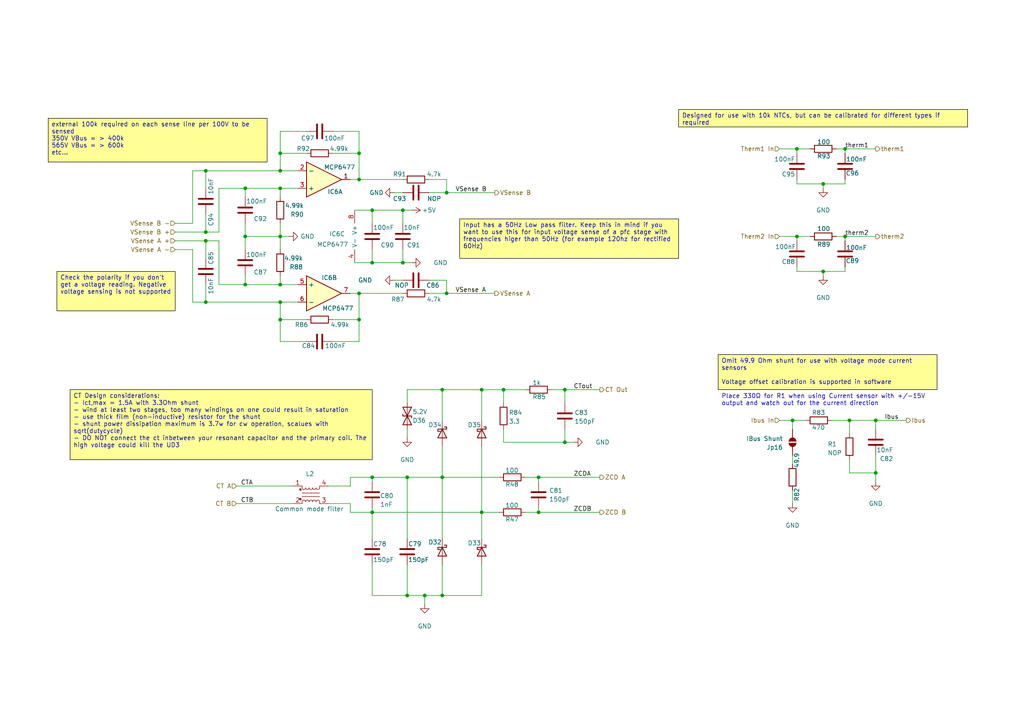
<source format=kicad_sch>
(kicad_sch (version 20231120) (generator "eeschema") (generator_version "8.0")
  (paper "A4")
  (lib_symbols
    (symbol "Device:C" (pin_numbers hide) (pin_names (offset 0.254))
      (property "Reference" "C" (at 0.635 2.54 0))
      (property "Value" "C" (at 0.635 -2.54 0))
      (symbol "C_0_1"
        (polyline (pts (xy -2.032 -0.762) (xy 2.032 -0.762)) (stroke (width 0.508)))
        (polyline (pts (xy -2.032 0.762) (xy 2.032 0.762)) (stroke (width 0.508)))
      )
      (symbol "C_1_1"
        (pin passive line (at 0 3.81 270) (length 2.794) (name "~") (number "1"))
        (pin passive line (at 0 -3.81 90) (length 2.794) (name "~") (number "2"))
      )
    )
    (symbol "Device:D_Schottky" (pin_numbers hide) (pin_names (offset 1.016) hide)
      (property "Reference" "D" (at 0 2.54 0))
      (property "Value" "D_Schottky" (at 0 -2.54 0))
      (symbol "D_Schottky_0_1"
        (polyline (pts (xy 1.27 0) (xy -1.27 0)))
        (polyline (pts (xy 1.27 1.27) (xy 1.27 -1.27) (xy -1.27 0) (xy 1.27 1.27)) (stroke (width 0.254)))
        (polyline (pts (xy -1.905 0.635) (xy -1.905 1.27) (xy -1.27 1.27) (xy -1.27 -1.27) (xy -0.635 -1.27) (xy -0.635 -0.635)) (stroke (width 0.254)))
      )
      (symbol "D_Schottky_1_1"
        (pin passive line (at -3.81 0 0) (length 2.54) (name "K") (number "1"))
        (pin passive line (at 3.81 0 180) (length 2.54) (name "A") (number "2"))
      )
    )
    (symbol "Device:D_TVS" (pin_numbers hide) (pin_names (offset 1.016) hide)
      (property "Reference" "D" (at 0 2.54 0))
      (property "Value" "D_TVS" (at 0 -2.54 0))
      (symbol "D_TVS_0_1"
        (polyline (pts (xy 1.27 0) (xy -1.27 0)))
        (polyline (pts (xy 0.508 1.27) (xy 0 1.27) (xy 0 -1.27) (xy -0.508 -1.27)) (stroke (width 0.254)))
        (polyline (pts (xy -2.54 1.27) (xy -2.54 -1.27) (xy 2.54 1.27) (xy 2.54 -1.27) (xy -2.54 1.27)) (stroke (width 0.254)))
      )
      (symbol "D_TVS_1_1"
        (pin passive line (at -3.81 0 0) (length 2.54) (name "A1") (number "1"))
        (pin passive line (at 3.81 0 180) (length 2.54) (name "A2") (number "2"))
      )
    )
    (symbol "Device:L_Iron_Coupled_1423" (pin_names (offset 0.254) hide)
      (property "Reference" "L" (at 0 4.445 0))
      (property "Value" "L_Iron_Coupled_1423" (at 0 -4.445 0))
      (symbol "L_Iron_Coupled_1423_0_1"
        (circle (center -3.048 -1.27) (radius 0.254) (fill (type outline)))
        (circle (center -3.048 1.524) (radius 0.254) (fill (type outline)))
        (arc (start -2.54 2.032) (mid -2.032 1.5262) (end -1.524 2.032))
        (arc (start -1.524 -2.032) (mid -2.032 -1.5262) (end -2.54 -2.032))
        (arc (start -1.524 2.032) (mid -1.016 1.5262) (end -0.508 2.032))
        (arc (start -0.508 -2.032) (mid -1.016 -1.5262) (end -1.524 -2.032))
        (arc (start -0.508 2.032) (mid 0 1.5262) (end 0.508 2.032))
        (polyline (pts (xy -2.54 -2.032) (xy -2.54 -2.54)))
        (polyline (pts (xy -2.54 0.508) (xy 2.54 0.508)))
        (polyline (pts (xy -2.54 2.032) (xy -2.54 2.54)))
        (polyline (pts (xy 2.54 -2.032) (xy 2.54 -2.54)))
        (polyline (pts (xy 2.54 -0.508) (xy -2.54 -0.508)))
        (polyline (pts (xy 2.54 2.54) (xy 2.54 2.032)))
        (arc (start 0.508 -2.032) (mid 0 -1.5262) (end -0.508 -2.032))
        (arc (start 0.508 2.032) (mid 1.016 1.5262) (end 1.524 2.032))
        (arc (start 1.524 -2.032) (mid 1.016 -1.5262) (end 0.508 -2.032))
        (arc (start 1.524 2.032) (mid 2.032 1.5262) (end 2.54 2.032))
        (arc (start 2.54 -2.032) (mid 2.032 -1.5262) (end 1.524 -2.032))
      )
      (symbol "L_Iron_Coupled_1423_1_1"
        (pin passive line (at -5.08 2.54 0) (length 2.54) (name "1") (number "1"))
        (pin passive line (at -5.08 -2.54 0) (length 2.54) (name "2") (number "2"))
        (pin passive line (at 5.08 -2.54 180) (length 2.54) (name "3") (number "3"))
        (pin passive line (at 5.08 2.54 180) (length 2.54) (name "4") (number "4"))
      )
    )
    (symbol "Device:Opamp_Dual"
      (property "Reference" "U" (at 0 5.08 0))
      (property "Value" "Opamp_Dual" (at 0 -5.08 0))
      (symbol "Opamp_Dual_1_1"
        (polyline (pts (xy -5.08 5.08) (xy 5.08 0) (xy -5.08 -5.08) (xy -5.08 5.08)) (stroke (width 0.254)) (fill (type background)))
        (pin output line (at 7.62 0 180) (length 2.54) (name "~") (number "1"))
        (pin input line (at -7.62 -2.54 0) (length 2.54) (name "-") (number "2"))
        (pin input line (at -7.62 2.54 0) (length 2.54) (name "+") (number "3"))
      )
      (symbol "Opamp_Dual_2_1"
        (polyline (pts (xy -5.08 5.08) (xy 5.08 0) (xy -5.08 -5.08) (xy -5.08 5.08)) (stroke (width 0.254)) (fill (type background)))
        (pin input line (at -7.62 2.54 0) (length 2.54) (name "+") (number "5"))
        (pin input line (at -7.62 -2.54 0) (length 2.54) (name "-") (number "6"))
        (pin output line (at 7.62 0 180) (length 2.54) (name "~") (number "7"))
      )
      (symbol "Opamp_Dual_3_1"
        (pin power_in line (at -2.54 -7.62 90) (length 3.81) (name "V-") (number "4"))
        (pin power_in line (at -2.54 7.62 270) (length 3.81) (name "V+") (number "8"))
      )
    )
    (symbol "Device:R" (pin_numbers hide) (pin_names (offset 0))
      (property "Reference" "R" (at 2.032 0 90))
      (property "Value" "R" (at 0 0 90))
      (symbol "R_0_1"
        (rectangle (start -1.016 -2.54) (end 1.016 2.54) (stroke (width 0.254)))
      )
      (symbol "R_1_1"
        (pin passive line (at 0 3.81 270) (length 1.27) (name "~") (number "1"))
        (pin passive line (at 0 -3.81 90) (length 1.27) (name "~") (number "2"))
      )
    )
    (symbol "Jumper:SolderJumper_2_Open" (pin_numbers hide) (pin_names (offset 0) hide) (exclude_from_sim yes) (in_bom no)
      (property "Reference" "JP" (at 0 2.032 0))
      (property "Value" "SolderJumper_2_Open" (at 0 -2.54 0))
      (symbol "SolderJumper_2_Open_0_1"
        (arc (start -0.254 1.016) (mid -1.2656 0) (end -0.254 -1.016))
        (arc (start -0.254 1.016) (mid -1.2656 0) (end -0.254 -1.016) (fill (type outline)))
        (polyline (pts (xy -0.254 1.016) (xy -0.254 -1.016)))
        (polyline (pts (xy 0.254 1.016) (xy 0.254 -1.016)))
        (arc (start 0.254 -1.016) (mid 1.2656 0) (end 0.254 1.016))
        (arc (start 0.254 -1.016) (mid 1.2656 0) (end 0.254 1.016) (fill (type outline)))
      )
      (symbol "SolderJumper_2_Open_1_1"
        (pin passive line (at -3.81 0 0) (length 2.54) (name "A") (number "1"))
        (pin passive line (at 3.81 0 180) (length 2.54) (name "B") (number "2"))
      )
    )
    (symbol "power:+5V" (power) (pin_numbers hide) (pin_names (offset 0) hide)
      (property "Value" "+5V" (at 0 3.556 0))
      (symbol "+5V_0_1"
        (polyline (pts (xy -0.762 1.27) (xy 0 2.54)))
        (polyline (pts (xy 0 0) (xy 0 2.54)))
        (polyline (pts (xy 0 2.54) (xy 0.762 1.27)))
      )
      (symbol "+5V_1_1"
        (pin power_in line (at 0 0 90) (length 0) (name "~") (number "1"))
      )
    )
    (symbol "power:GND" (power) (pin_numbers hide) (pin_names (offset 0) hide)
      (property "Value" "GND" (at 0 -3.81 0))
      (symbol "GND_0_1"
        (polyline (pts (xy 0 0) (xy 0 -1.27) (xy 1.27 -1.27) (xy 0 -2.54) (xy -1.27 -1.27) (xy 0 -1.27)))
      )
      (symbol "GND_1_1"
        (pin power_in line (at 0 0 270) (length 0) (name "~") (number "1"))
      )
    )
  )
  (junction (at 116.84 76.2))
  (junction (at 81.28 44.45))
  (junction (at 254 137.16))
  (junction (at 81.28 92.71))
  (junction (at 71.12 82.55))
  (junction (at 129.54 55.88))
  (junction (at 254 121.92))
  (junction (at 146.05 113.03))
  (junction (at 139.7 113.03))
  (junction (at 128.27 113.03))
  (junction (at 81.28 68.58))
  (junction (at 156.21 148.59))
  (junction (at 71.12 68.58))
  (junction (at 163.83 128.27))
  (junction (at 81.28 54.61))
  (junction (at 118.11 172.72))
  (junction (at 128.27 172.72))
  (junction (at 104.14 85.09))
  (junction (at 116.84 60.96))
  (junction (at 129.54 85.09))
  (junction (at 107.95 76.2))
  (junction (at 229.87 121.92))
  (junction (at 238.76 53.34))
  (junction (at 107.95 138.43))
  (junction (at 107.95 60.96))
  (junction (at 104.14 44.45))
  (junction (at 245.11 43.18))
  (junction (at 118.11 138.43))
  (junction (at 59.69 69.85))
  (junction (at 59.69 67.31))
  (junction (at 245.11 68.58))
  (junction (at 156.21 138.43))
  (junction (at 163.83 113.03))
  (junction (at 59.69 49.53))
  (junction (at 59.69 87.63))
  (junction (at 81.28 82.55))
  (junction (at 104.14 52.07))
  (junction (at 231.14 68.58))
  (junction (at 238.76 78.74))
  (junction (at 139.7 148.59))
  (junction (at 104.14 92.71))
  (junction (at 71.12 54.61))
  (junction (at 107.95 148.59))
  (junction (at 246.38 121.92))
  (junction (at 231.14 43.18))
  (junction (at 81.28 49.53))
  (junction (at 123.19 172.72))
  (junction (at 81.28 87.63))
  (junction (at 128.27 138.43))
  (wire (pts (xy 129.54 52.07) (xy 129.54 55.88)))
  (wire (pts (xy 114.3 55.88) (xy 116.84 55.88)))
  (wire (pts (xy 81.28 44.45) (xy 81.28 38.1)))
  (wire (pts (xy 231.14 44.45) (xy 231.14 43.18)))
  (wire (pts (xy 152.4 138.43) (xy 156.21 138.43)))
  (wire (pts (xy 107.95 138.43) (xy 101.6 138.43)))
  (wire (pts (xy 81.28 82.55) (xy 86.36 82.55)))
  (wire (pts (xy 101.6 146.05) (xy 101.6 148.59)))
  (wire (pts (xy 104.14 52.07) (xy 101.6 52.07)))
  (wire (pts (xy 59.69 67.31) (xy 50.8 67.31)))
  (wire (pts (xy 246.38 133.35) (xy 246.38 137.16)))
  (wire (pts (xy 139.7 148.59) (xy 139.7 156.21)))
  (wire (pts (xy 107.95 138.43) (xy 107.95 139.7)))
  (wire (pts (xy 245.11 68.58) (xy 254 68.58)))
  (wire (pts (xy 245.11 53.34) (xy 245.11 52.07)))
  (wire (pts (xy 163.83 113.03) (xy 163.83 116.84)))
  (wire (pts (xy 116.84 60.96) (xy 107.95 60.96)))
  (wire (pts (xy 55.88 72.39) (xy 55.88 87.63)))
  (wire (pts (xy 81.28 92.71) (xy 81.28 99.06)))
  (wire (pts (xy 116.84 64.77) (xy 116.84 60.96)))
  (wire (pts (xy 59.69 74.93) (xy 59.69 69.85)))
  (wire (pts (xy 55.88 87.63) (xy 59.69 87.63)))
  (wire (pts (xy 118.11 116.84) (xy 118.11 113.03)))
  (wire (pts (xy 118.11 127) (xy 118.11 124.46)))
  (wire (pts (xy 245.11 43.18) (xy 245.11 44.45)))
  (wire (pts (xy 139.7 113.03) (xy 146.05 113.03)))
  (wire (pts (xy 231.14 52.07) (xy 231.14 53.34)))
  (wire (pts (xy 163.83 128.27) (xy 163.83 124.46)))
  (wire (pts (xy 104.14 52.07) (xy 116.84 52.07)))
  (wire (pts (xy 139.7 163.83) (xy 139.7 172.72)))
  (wire (pts (xy 128.27 138.43) (xy 128.27 156.21)))
  (wire (pts (xy 104.14 38.1) (xy 104.14 44.45)))
  (wire (pts (xy 254 124.46) (xy 254 121.92)))
  (wire (pts (xy 71.12 54.61) (xy 63.5 54.61)))
  (wire (pts (xy 107.95 163.83) (xy 107.95 172.72)))
  (wire (pts (xy 128.27 138.43) (xy 118.11 138.43)))
  (wire (pts (xy 63.5 82.55) (xy 71.12 82.55)))
  (wire (pts (xy 229.87 142.24) (xy 229.87 146.05)))
  (wire (pts (xy 50.8 72.39) (xy 55.88 72.39)))
  (wire (pts (xy 81.28 54.61) (xy 86.36 54.61)))
  (wire (pts (xy 81.28 92.71) (xy 88.9 92.71)))
  (wire (pts (xy 163.83 128.27) (xy 166.37 128.27)))
  (wire (pts (xy 241.3 121.92) (xy 246.38 121.92)))
  (wire (pts (xy 231.14 69.85) (xy 231.14 68.58)))
  (wire (pts (xy 71.12 80.01) (xy 71.12 82.55)))
  (wire (pts (xy 156.21 138.43) (xy 173.99 138.43)))
  (wire (pts (xy 156.21 148.59) (xy 156.21 147.32)))
  (wire (pts (xy 59.69 82.55) (xy 59.69 87.63)))
  (wire (pts (xy 139.7 172.72) (xy 128.27 172.72)))
  (wire (pts (xy 146.05 113.03) (xy 146.05 116.84)))
  (wire (pts (xy 128.27 138.43) (xy 144.78 138.43)))
  (wire (pts (xy 129.54 55.88) (xy 124.46 55.88)))
  (wire (pts (xy 107.95 148.59) (xy 101.6 148.59)))
  (wire (pts (xy 231.14 53.34) (xy 238.76 53.34)))
  (wire (pts (xy 238.76 53.34) (xy 245.11 53.34)))
  (wire (pts (xy 107.95 72.39) (xy 107.95 76.2)))
  (wire (pts (xy 129.54 85.09) (xy 129.54 81.28)))
  (wire (pts (xy 231.14 77.47) (xy 231.14 78.74)))
  (wire (pts (xy 118.11 172.72) (xy 123.19 172.72)))
  (wire (pts (xy 59.69 87.63) (xy 81.28 87.63)))
  (wire (pts (xy 81.28 87.63) (xy 81.28 92.71)))
  (wire (pts (xy 104.14 85.09) (xy 104.14 92.71)))
  (wire (pts (xy 229.87 132.08) (xy 229.87 134.62)))
  (wire (pts (xy 245.11 68.58) (xy 245.11 69.85)))
  (wire (pts (xy 139.7 148.59) (xy 144.78 148.59)))
  (wire (pts (xy 231.14 78.74) (xy 238.76 78.74)))
  (wire (pts (xy 96.52 44.45) (xy 104.14 44.45)))
  (wire (pts (xy 254 121.92) (xy 246.38 121.92)))
  (wire (pts (xy 107.95 64.77) (xy 107.95 60.96)))
  (wire (pts (xy 59.69 69.85) (xy 63.5 69.85)))
  (wire (pts (xy 81.28 68.58) (xy 81.28 72.39)))
  (wire (pts (xy 226.06 43.18) (xy 231.14 43.18)))
  (wire (pts (xy 96.52 92.71) (xy 104.14 92.71)))
  (wire (pts (xy 231.14 43.18) (xy 234.95 43.18)))
  (wire (pts (xy 104.14 85.09) (xy 101.6 85.09)))
  (wire (pts (xy 160.02 113.03) (xy 163.83 113.03)))
  (wire (pts (xy 118.11 113.03) (xy 128.27 113.03)))
  (wire (pts (xy 81.28 80.01) (xy 81.28 82.55)))
  (wire (pts (xy 83.82 68.58) (xy 81.28 68.58)))
  (wire (pts (xy 107.95 76.2) (xy 116.84 76.2)))
  (wire (pts (xy 146.05 124.46) (xy 146.05 128.27)))
  (wire (pts (xy 238.76 78.74) (xy 245.11 78.74)))
  (wire (pts (xy 173.99 148.59) (xy 156.21 148.59)))
  (wire (pts (xy 139.7 113.03) (xy 139.7 121.92)))
  (wire (pts (xy 96.52 99.06) (xy 104.14 99.06)))
  (wire (pts (xy 124.46 52.07) (xy 129.54 52.07)))
  (wire (pts (xy 55.88 64.77) (xy 50.8 64.77)))
  (wire (pts (xy 129.54 81.28) (xy 124.46 81.28)))
  (wire (pts (xy 81.28 54.61) (xy 81.28 57.15)))
  (wire (pts (xy 119.38 60.96) (xy 116.84 60.96)))
  (wire (pts (xy 81.28 49.53) (xy 81.28 44.45)))
  (wire (pts (xy 71.12 57.15) (xy 71.12 54.61)))
  (wire (pts (xy 118.11 138.43) (xy 118.11 156.21)))
  (wire (pts (xy 55.88 49.53) (xy 55.88 64.77)))
  (wire (pts (xy 101.6 146.05) (xy 95.25 146.05)))
  (wire (pts (xy 124.46 85.09) (xy 129.54 85.09)))
  (wire (pts (xy 63.5 69.85) (xy 63.5 82.55)))
  (wire (pts (xy 104.14 44.45) (xy 104.14 52.07)))
  (wire (pts (xy 246.38 137.16) (xy 254 137.16)))
  (wire (pts (xy 71.12 64.77) (xy 71.12 68.58)))
  (wire (pts (xy 59.69 49.53) (xy 55.88 49.53)))
  (wire (pts (xy 129.54 55.88) (xy 143.51 55.88)))
  (wire (pts (xy 254 139.7) (xy 254 137.16)))
  (wire (pts (xy 107.95 60.96) (xy 102.87 60.96)))
  (wire (pts (xy 68.58 146.05) (xy 85.09 146.05)))
  (wire (pts (xy 107.95 148.59) (xy 139.7 148.59)))
  (wire (pts (xy 123.19 175.26) (xy 123.19 172.72)))
  (wire (pts (xy 146.05 128.27) (xy 163.83 128.27)))
  (wire (pts (xy 86.36 87.63) (xy 81.28 87.63)))
  (wire (pts (xy 116.84 76.2) (xy 116.84 72.39)))
  (wire (pts (xy 104.14 99.06) (xy 104.14 92.71)))
  (wire (pts (xy 50.8 69.85) (xy 59.69 69.85)))
  (wire (pts (xy 71.12 68.58) (xy 81.28 68.58)))
  (wire (pts (xy 146.05 113.03) (xy 152.4 113.03)))
  (wire (pts (xy 81.28 49.53) (xy 59.69 49.53)))
  (wire (pts (xy 238.76 80.01) (xy 238.76 78.74)))
  (wire (pts (xy 81.28 64.77) (xy 81.28 68.58)))
  (wire (pts (xy 254 137.16) (xy 254 132.08)))
  (wire (pts (xy 71.12 82.55) (xy 81.28 82.55)))
  (wire (pts (xy 254 43.18) (xy 245.11 43.18)))
  (wire (pts (xy 156.21 139.7) (xy 156.21 138.43)))
  (wire (pts (xy 118.11 172.72) (xy 118.11 163.83)))
  (wire (pts (xy 231.14 68.58) (xy 234.95 68.58)))
  (wire (pts (xy 173.99 113.03) (xy 163.83 113.03)))
  (wire (pts (xy 118.11 138.43) (xy 107.95 138.43)))
  (wire (pts (xy 71.12 72.39) (xy 71.12 68.58)))
  (wire (pts (xy 229.87 121.92) (xy 226.06 121.92)))
  (wire (pts (xy 246.38 121.92) (xy 246.38 125.73)))
  (wire (pts (xy 107.95 147.32) (xy 107.95 148.59)))
  (wire (pts (xy 242.57 43.18) (xy 245.11 43.18)))
  (wire (pts (xy 104.14 85.09) (xy 116.84 85.09)))
  (wire (pts (xy 81.28 44.45) (xy 88.9 44.45)))
  (wire (pts (xy 229.87 121.92) (xy 233.68 121.92)))
  (wire (pts (xy 107.95 172.72) (xy 118.11 172.72)))
  (wire (pts (xy 128.27 113.03) (xy 139.7 113.03)))
  (wire (pts (xy 81.28 99.06) (xy 88.9 99.06)))
  (wire (pts (xy 71.12 54.61) (xy 81.28 54.61)))
  (wire (pts (xy 226.06 68.58) (xy 231.14 68.58)))
  (wire (pts (xy 229.87 121.92) (xy 229.87 124.46)))
  (wire (pts (xy 81.28 38.1) (xy 88.9 38.1)))
  (wire (pts (xy 152.4 148.59) (xy 156.21 148.59)))
  (wire (pts (xy 128.27 121.92) (xy 128.27 113.03)))
  (wire (pts (xy 59.69 62.23) (xy 59.69 67.31)))
  (wire (pts (xy 59.69 49.53) (xy 59.69 54.61)))
  (wire (pts (xy 101.6 138.43) (xy 101.6 140.97)))
  (wire (pts (xy 238.76 54.61) (xy 238.76 53.34)))
  (wire (pts (xy 63.5 54.61) (xy 63.5 67.31)))
  (wire (pts (xy 102.87 76.2) (xy 107.95 76.2)))
  (wire (pts (xy 123.19 172.72) (xy 128.27 172.72)))
  (wire (pts (xy 129.54 85.09) (xy 143.51 85.09)))
  (wire (pts (xy 68.58 140.97) (xy 85.09 140.97)))
  (wire (pts (xy 262.89 121.92) (xy 254 121.92)))
  (wire (pts (xy 245.11 78.74) (xy 245.11 77.47)))
  (wire (pts (xy 114.3 81.28) (xy 116.84 81.28)))
  (wire (pts (xy 128.27 163.83) (xy 128.27 172.72)))
  (wire (pts (xy 96.52 38.1) (xy 104.14 38.1)))
  (wire (pts (xy 86.36 49.53) (xy 81.28 49.53)))
  (wire (pts (xy 101.6 140.97) (xy 95.25 140.97)))
  (wire (pts (xy 107.95 156.21) (xy 107.95 148.59)))
  (wire (pts (xy 242.57 68.58) (xy 245.11 68.58)))
  (wire (pts (xy 128.27 129.54) (xy 128.27 138.43)))
  (wire (pts (xy 116.84 76.2) (xy 119.38 76.2)))
  (wire (pts (xy 63.5 67.31) (xy 59.69 67.31)))
  (wire (pts (xy 139.7 129.54) (xy 139.7 148.59)))
  (text_box "Designed for use with 10k NTCs, but can be calibrated for different types if required" (at 280.67 31.75 0) (size -83.82 5.08) (stroke (width 0) (color 0 0 0 1)) (fill (type color) (color 255 255 150 1)) (effects (font (size 1.27 1.27)) (justify left top)))
  (text_box "external 100k required on each sense line per 100V to be sensed \n350V VBus = > 400k \n565V VBus = > 600k \netc..." (at 77.47 34.29 0) (size -63.5 12.7) (stroke (width 0) (color 0 0 0 1)) (fill (type color) (color 255 255 150 1)) (effects (font (size 1.27 1.27)) (justify left top)))
  (text_box "Check the polarity if you don't get a voltage reading. Negative voltage sensing is not supported" (at 50.8 78.74 0) (size -34.29 11.43) (stroke (width 0) (color 0 0 0 1)) (fill (type color) (color 255 255 150 1)) (effects (font (size 1.27 1.27)) (justify left top)))
  (text_box "Omit 49.9 Ohm shunt for use with voltage mode current sensors \n\nVoltage offset calibration is supported in software \n\nPlace 330Ω for R1 when using Current sensor with +/-15V output and watch out for the current direction" (at 271.78 102.87 0) (size -63.5 10.16) (stroke (width 0) (color 0 0 0 1)) (fill (type color) (color 255 255 150 1)) (effects (font (size 1.27 1.27)) (justify left top)))
  (text_box "CT Design considerations: \n- Ict,max = 1.5A with 3.3Ohm shunt \n- wind at least two stages, too many windings on one could result in saturation \n- use thick film (non-inductive) resistor for the shunt \n- shunt power dissipation maximum is 3.7w for cw operation, scalues with sqrt(dutycycle) \n- DO NOT connect the ct inbetween your resonant capacitor and the primary coil. The high voltage could kill the UD3" (at 107.95 113.03 0) (size -87.63 20.32) (stroke (width 0) (color 0 0 0 1)) (fill (type color) (color 255 255 150 1)) (effects (font (size 1.27 1.27)) (justify left top)))
  (text_box "Input has a 50Hz Low pass filter. Keep this in mind if you want to use this for input voltage sense of a pfc stage with frequencies higer than 50Hz (for example 120hz for rectified 60Hz)" (at 196.85 63.5 0) (size -63.5 11.43) (stroke (width 0) (color 0 0 0 1)) (fill (type color) (color 255 255 150 1)) (effects (font (size 1.27 1.27)) (justify left top)))
  (label "CTout" (at 166.37 113.03 0))
  (label "CTB" (at 69.85 146.05 0))
  (label "therm2" (at 245.11 68.58 0))
  (label "VSense B" (at 132.08 55.88 0))
  (label "CTA" (at 69.85 140.97 0))
  (label "therm1" (at 245.11 43.18 0))
  (label "Ibus" (at 256.54 121.92 0))
  (label "VSense A" (at 132.08 85.09 0))
  (label "ZCDA" (at 166.37 138.43 0))
  (label "ZCDB" (at 166.37 148.59 0))
  (hierarchical_label "VSense B -" (shape input) (at 50.8 64.77 180))
  (hierarchical_label "VSense A +" (shape input) (at 50.8 69.85 180))
  (hierarchical_label "Therm1 In" (shape input) (at 226.06 43.18 180))
  (hierarchical_label "CT B" (shape input) (at 68.58 146.05 180))
  (hierarchical_label "VSense A" (shape output) (at 143.51 85.09 0))
  (hierarchical_label "ZCD B" (shape output) (at 173.99 148.59 0))
  (hierarchical_label "ZCD A" (shape output) (at 173.99 138.43 0))
  (hierarchical_label "CT A" (shape input) (at 68.58 140.97 180))
  (hierarchical_label "VSense B +" (shape input) (at 50.8 67.31 180))
  (hierarchical_label "therm2" (shape output) (at 254 68.58 0))
  (hierarchical_label "Ibus" (shape output) (at 262.89 121.92 0))
  (hierarchical_label "VSense A -" (shape input) (at 50.8 72.39 180))
  (hierarchical_label "Ibus In" (shape input) (at 226.06 121.92 180))
  (hierarchical_label "Therm2 In" (shape input) (at 226.06 68.58 180))
  (hierarchical_label "VSense B" (shape output) (at 143.51 55.88 0))
  (hierarchical_label "CT Out" (shape output) (at 173.99 113.03 0))
  (hierarchical_label "therm1" (shape output) (at 254 43.18 0))
  (symbol (lib_id "power:GND") (at 118.11 127 0) (unit 1)
    (property "Reference" "#PWR032" (effects (hide yes)))
    (property "Value" "GND" (at 118.11 133.35 0))
    (property "Description" "Power symbol creates a global label with name \"GND\" , ground" (effects (hide yes)))
  )
  (symbol (lib_id "power:GND") (at 119.38 76.2 90) (unit 1)
    (property "Reference" "#PWR034" (effects (hide yes)))
    (property "Value" "GND" (at 125.73 76.2 90) (effects (justify right)))
    (property "Description" "Power symbol creates a global label with name \"GND\" , ground" (effects (hide yes)))
  )
  (symbol (lib_id "Device:C") (at 107.95 143.51 0) (unit 1)
    (property "Reference" "C80" (at 110.236 144.526 0) (effects (justify left bottom)))
    (property "Value" "1nF" (at 110.236 147.066 0) (effects (justify left bottom)))
    (property "Footprint" "Footprints:0603 SMD Component" (effects (hide yes)))
    (property "Description" "Unpolarized capacitor" (effects (hide yes)))
  )
  (symbol (lib_id "Device:Opamp_Dual") (at 93.98 52.07 0) (mirror x) (unit 1)
    (property "Reference" "IC6" (at 94.996 54.864 0) (effects (justify left bottom)))
    (property "Value" "MCP6477" (at 93.98 47.752 0) (effects (justify left bottom)))
    (property "Footprint" "Package_SO:SOIC-8_3.9x4.9mm_P1.27mm" (effects (hide yes)))
    (property "Description" "Dual operational amplifier" (effects (hide yes)))
    (property "SUPPLIER 1" "Digi-Key" (effects (hide yes)))
    (property "SUPPLIER PART NUMBER 1" "296-27903-5-ND" (effects (hide yes)))
    (property "Sim.Library" "${KICAD7_SYMBOL_DIR}/Simulation_SPICE.sp" (effects (hide yes)))
    (property "Sim.Name" "kicad_builtin_opamp_dual" (effects (hide yes)))
    (property "Sim.Device" "SUBCKT" (effects (hide yes)))
    (property "Sim.Pins" "1=out1 2=in1- 3=in1+ 4=vee 5=in2+ 6=in2- 7=out2 8=vcc" (effects (hide yes)))
  )
  (symbol (lib_id "Device:Opamp_Dual") (at 93.98 85.09 0) (unit 2)
    (property "Reference" "IC6" (at 93.218 81.28 0) (effects (justify left bottom)))
    (property "Value" "MCP6477" (at 93.472 90.17 0) (effects (justify left bottom)))
    (property "Footprint" "Package_SO:SOIC-8_3.9x4.9mm_P1.27mm" (effects (hide yes)))
    (property "Description" "Dual operational amplifier" (effects (hide yes)))
    (property "SUPPLIER 1" "Digi-Key" (effects (hide yes)))
    (property "SUPPLIER PART NUMBER 1" "296-27903-5-ND" (effects (hide yes)))
    (property "Sim.Library" "${KICAD7_SYMBOL_DIR}/Simulation_SPICE.sp" (effects (hide yes)))
    (property "Sim.Name" "kicad_builtin_opamp_dual" (effects (hide yes)))
    (property "Sim.Device" "SUBCKT" (effects (hide yes)))
    (property "Sim.Pins" "1=out1 2=in1- 3=in1+ 4=vee 5=in2+ 6=in2- 7=out2 8=vcc" (effects (hide yes)))
  )
  (symbol (lib_id "Device:D_Schottky") (at 139.7 125.73 270) (unit 1)
    (property "Reference" "D35" (at 135.636 123.952 90) (effects (justify left bottom)))
    (property "Value" "Schottky 30V 1A" (effects (hide yes)))
    (property "Footprint" "Footprints:DO-214" (effects (hide yes)))
    (property "Description" "Schottky diode" (effects (hide yes)))
    (property "SUPPLIER 1" "Digi-Key" (effects (hide yes)))
    (property "SUPPLIER PART NUMBER 1" "MBR10100GOS-ND" (effects (hide yes)))
    (property "SUPPLIER 2" "Digi-Key" (effects (hide yes)))
    (property "SUPPLIER PART NUMBER 2" "1655-1504-1-ND" (effects (hide yes)))
  )
  (symbol (lib_id "Device:C") (at 107.95 160.02 0) (unit 1)
    (property "Reference" "C78" (at 108.204 158.496 0) (effects (justify left bottom)))
    (property "Value" "150pF" (at 108.204 163.068 0) (effects (justify left bottom)))
    (property "Footprint" "Footprints:0603 SMD Component" (effects (hide yes)))
    (property "Description" "Unpolarized capacitor" (effects (hide yes)))
  )
  (symbol (lib_id "power:GND") (at 114.3 81.28 270) (unit 1)
    (property "Reference" "#PWR031" (effects (hide yes)))
    (property "Value" "GND" (at 107.95 81.28 90) (effects (justify right)))
    (property "Description" "Power symbol creates a global label with name \"GND\" , ground" (effects (hide yes)))
  )
  (symbol (lib_id "Device:R") (at 238.76 43.18 270) (unit 1)
    (property "Reference" "R93" (at 236.982 45.974 90) (effects (justify left bottom)))
    (property "Value" "100" (at 236.982 41.91 90) (effects (justify left bottom)))
    (property "Footprint" "Footprints:0603 SMD Component" (effects (hide yes)))
    (property "Description" "Resistor" (effects (hide yes)))
  )
  (symbol (lib_id "Device:R") (at 156.21 113.03 270) (unit 1)
    (property "Reference" "R85" (at 154.432 115.824 90) (effects (justify left bottom)))
    (property "Value" "1k" (at 154.432 111.76 90) (effects (justify left bottom)))
    (property "Footprint" "Footprints:0603 SMD Component" (effects (hide yes)))
    (property "Description" "Resistor" (effects (hide yes)))
  )
  (symbol (lib_id "Device:D_Schottky") (at 128.27 160.02 270) (unit 1)
    (property "Reference" "D32" (at 124.206 157.988 90) (effects (justify left bottom)))
    (property "Value" "Schottky 30V 1A" (effects (hide yes)))
    (property "Footprint" "Footprints:DO-214" (effects (hide yes)))
    (property "Description" "Schottky diode" (effects (hide yes)))
    (property "SUPPLIER 1" "Digi-Key" (effects (hide yes)))
    (property "SUPPLIER PART NUMBER 1" "MBR10100GOS-ND" (effects (hide yes)))
    (property "SUPPLIER 2" "Digi-Key" (effects (hide yes)))
    (property "SUPPLIER PART NUMBER 2" "1655-1504-1-ND" (effects (hide yes)))
  )
  (symbol (lib_id "Device:R") (at 146.05 120.65 0) (unit 1)
    (property "Reference" "R84" (at 147.574 120.396 0) (effects (justify left bottom)))
    (property "Value" "3.3" (at 147.574 122.936 0) (effects (justify left bottom)))
    (property "Footprint" "Footprints:Resistor Axial 0411 THT 2W 17,5 Spacing" (effects (hide yes)))
    (property "Description" "Resistor" (effects (hide yes)))
  )
  (symbol (lib_id "Device:R") (at 120.65 85.09 90) (unit 1)
    (property "Reference" "R87" (at 117.348 86.106 90) (effects (justify left bottom)))
    (property "Value" "4.7k" (at 128.016 86.106 90) (effects (justify left bottom)))
    (property "Footprint" "Footprints:0603 SMD Component" (effects (hide yes)))
    (property "Description" "Resistor" (effects (hide yes)))
  )
  (symbol (lib_id "Device:C") (at 71.12 76.2 180) (unit 1)
    (property "Reference" "C87" (at 77.47 78.232 0) (effects (justify left bottom)))
    (property "Value" "100nF" (at 77.47 73.152 0) (effects (justify left bottom)))
    (property "Footprint" "Footprints:0603 SMD Component" (effects (hide yes)))
    (property "Description" "Unpolarized capacitor" (effects (hide yes)))
  )
  (symbol (lib_id "Device:C") (at 163.83 120.65 0) (unit 1)
    (property "Reference" "C83" (at 166.624 120.396 0) (effects (justify left bottom)))
    (property "Value" "150pF" (at 166.624 122.936 0) (effects (justify left bottom)))
    (property "Footprint" "Footprints:0603 SMD Component" (effects (hide yes)))
    (property "Description" "Unpolarized capacitor" (effects (hide yes)))
  )
  (symbol (lib_id "Device:Opamp_Dual") (at 105.41 68.58 0) (unit 3)
    (property "Reference" "IC6" (at 95.504 68.58 0) (effects (justify left bottom)))
    (property "Value" "MCP6477" (at 91.948 71.628 0) (effects (justify left bottom)))
    (property "Footprint" "Package_SO:SOIC-8_3.9x4.9mm_P1.27mm" (effects (hide yes)))
    (property "Description" "Dual operational amplifier" (effects (hide yes)))
    (property "SUPPLIER 1" "Digi-Key" (effects (hide yes)))
    (property "SUPPLIER PART NUMBER 1" "296-27903-5-ND" (effects (hide yes)))
  )
  (symbol (lib_id "Device:C") (at 118.11 160.02 0) (unit 1)
    (property "Reference" "C79" (at 118.364 158.496 0) (effects (justify left bottom)))
    (property "Value" "150pF" (at 118.364 163.068 0) (effects (justify left bottom)))
    (property "Footprint" "Footprints:0603 SMD Component" (effects (hide yes)))
    (property "Description" "Unpolarized capacitor" (effects (hide yes)))
  )
  (symbol (lib_id "Device:D_TVS") (at 118.11 120.65 270) (unit 1)
    (property "Reference" "D36" (at 119.634 122.682 90) (effects (justify left bottom)))
    (property "Value" "5.2V" (at 119.634 120.142 90) (effects (justify left bottom)))
    (property "Footprint" "Footprints:DO-214" (effects (hide yes)))
    (property "Description" "Bidirectional transient-voltage-suppression diode" (effects (hide yes)))
    (property "SUPPLIER 1" "Digi-Key" (effects (hide yes)))
    (property "SUPPLIER PART NUMBER 1" "UCLAMP3301HCT-ND" (effects (hide yes)))
  )
  (symbol (lib_id "power:GND") (at 114.3 55.88 270) (unit 1)
    (property "Reference" "#PWR030" (effects (hide yes)))
    (property "Value" "GND" (at 111.252 55.88 90) (effects (justify right)))
    (property "Description" "Power symbol creates a global label with name \"GND\" , ground" (effects (hide yes)))
  )
  (symbol (lib_id "power:GND") (at 254 139.7 0) (unit 1)
    (property "Reference" "#PWR040" (effects (hide yes)))
    (property "Value" "GND" (at 254 146.05 0))
    (property "Description" "Power symbol creates a global label with name \"GND\" , ground" (effects (hide yes)))
  )
  (symbol (lib_id "Jumper:SolderJumper_2_Open") (at 229.87 128.27 90) (unit 1) (exclude_from_sim yes) (in_bom no)
    (property "Reference" "Jp16" (at 227.076 129.032 90) (effects (justify left bottom)))
    (property "Value" "IBus Shunt" (at 227.076 126.492 90) (effects (justify left bottom)))
    (property "Footprint" "Footprints:PCB Jumper NO" (effects (hide yes)))
    (property "Description" "Solder Jumper, 2-pole, open" (effects (hide yes)))
  )
  (symbol (lib_id "Device:R") (at 148.59 148.59 270) (unit 1)
    (property "Reference" "R47" (at 146.558 151.384 90) (effects (justify left bottom)))
    (property "Value" "100" (at 146.558 147.32 90) (effects (justify left bottom)))
    (property "Footprint" "Footprints:0603 SMD Component" (effects (hide yes)))
    (property "Description" "Resistor" (effects (hide yes)))
  )
  (symbol (lib_id "Device:C") (at 120.65 55.88 90) (unit 1)
    (property "Reference" "C93" (at 117.856 56.896 90) (effects (justify left bottom)))
    (property "Value" "NOP" (at 128.016 56.896 90) (effects (justify left bottom)))
    (property "Footprint" "Footprints:0603 SMD Component" (effects (hide yes)))
    (property "Description" "Unpolarized capacitor" (effects (hide yes)))
  )
  (symbol (lib_id "power:GND") (at 166.37 128.27 90) (unit 1)
    (property "Reference" "#PWR036" (effects (hide yes)))
    (property "Value" "GND" (at 172.72 128.27 90) (effects (justify right)))
    (property "Description" "Power symbol creates a global label with name \"GND\" , ground" (effects (hide yes)))
  )
  (symbol (lib_id "Device:C") (at 71.12 60.96 180) (unit 1)
    (property "Reference" "C92" (at 77.47 62.738 0) (effects (justify left bottom)))
    (property "Value" "100nF" (at 77.47 57.658 0) (effects (justify left bottom)))
    (property "Footprint" "Footprints:0603 SMD Component" (effects (hide yes)))
    (property "Description" "Unpolarized capacitor" (effects (hide yes)))
  )
  (symbol (lib_id "Device:R") (at 92.71 44.45 90) (unit 1)
    (property "Reference" "R92" (at 89.916 42.418 90) (effects (justify left bottom)))
    (property "Value" "4.99k" (at 101.092 42.418 90) (effects (justify left bottom)))
    (property "Footprint" "Footprints:0603 SMD Component" (effects (hide yes)))
    (property "Description" "Resistor" (effects (hide yes)))
  )
  (symbol (lib_id "power:GND") (at 229.87 146.05 0) (unit 1)
    (property "Reference" "#PWR037" (effects (hide yes)))
    (property "Value" "GND" (at 229.87 152.4 0))
    (property "Description" "Power symbol creates a global label with name \"GND\" , ground" (effects (hide yes)))
  )
  (symbol (lib_id "power:GND") (at 238.76 54.61 0) (unit 1)
    (property "Reference" "#PWR038" (effects (hide yes)))
    (property "Value" "GND" (at 238.76 60.96 0))
    (property "Description" "Power symbol creates a global label with name \"GND\" , ground" (effects (hide yes)))
  )
  (symbol (lib_id "Device:D_Schottky") (at 128.27 125.73 270) (unit 1)
    (property "Reference" "D34" (at 124.206 123.952 90) (effects (justify left bottom)))
    (property "Value" "Schottky 30V 1A" (effects (hide yes)))
    (property "Footprint" "Footprints:DO-214" (effects (hide yes)))
    (property "Description" "Schottky diode" (effects (hide yes)))
    (property "SUPPLIER 1" "Digi-Key" (effects (hide yes)))
    (property "SUPPLIER PART NUMBER 1" "MBR10100GOS-ND" (effects (hide yes)))
    (property "SUPPLIER 2" "Digi-Key" (effects (hide yes)))
    (property "SUPPLIER PART NUMBER 2" "1655-1504-1-ND" (effects (hide yes)))
  )
  (symbol (lib_id "Device:C") (at 254 128.27 180) (unit 1)
    (property "Reference" "C82" (at 259.08 132.334 0) (effects (justify left bottom)))
    (property "Value" "10nF" (at 259.08 129.794 0) (effects (justify left bottom)))
    (property "Footprint" "Footprints:0603 SMD Component" (effects (hide yes)))
    (property "Description" "Unpolarized capacitor" (effects (hide yes)))
  )
  (symbol (lib_id "Device:C") (at 245.11 48.26 180) (unit 1)
    (property "Reference" "C96" (at 249.174 49.53 0) (effects (justify left bottom)))
    (property "Value" "100nF" (at 251.46 45.466 0) (effects (justify left bottom)))
    (property "Footprint" "Footprints:0603 SMD Component" (effects (hide yes)))
    (property "Description" "Unpolarized capacitor" (effects (hide yes)))
  )
  (symbol (lib_id "power:GND") (at 238.76 80.01 0) (unit 1)
    (property "Reference" "#PWR039" (effects (hide yes)))
    (property "Value" "GND" (at 238.76 86.36 0))
    (property "Description" "Power symbol creates a global label with name \"GND\" , ground" (effects (hide yes)))
  )
  (symbol (lib_id "Device:D_Schottky") (at 139.7 160.02 270) (unit 1)
    (property "Reference" "D33" (at 135.636 158.242 90) (effects (justify left bottom)))
    (property "Value" "Schottky 30V 1A" (effects (hide yes)))
    (property "Footprint" "Footprints:DO-214" (effects (hide yes)))
    (property "Description" "Schottky diode" (effects (hide yes)))
    (property "SUPPLIER 1" "Digi-Key" (effects (hide yes)))
    (property "SUPPLIER PART NUMBER 1" "MBR10100GOS-ND" (effects (hide yes)))
    (property "SUPPLIER 2" "Digi-Key" (effects (hide yes)))
    (property "SUPPLIER PART NUMBER 2" "1655-1504-1-ND" (effects (hide yes)))
  )
  (symbol (lib_id "Device:R") (at 120.65 52.07 90) (unit 1)
    (property "Reference" "R91" (at 117.856 49.784 90) (effects (justify left bottom)))
    (property "Value" "4.7k" (at 128.016 49.784 90) (effects (justify left bottom)))
    (property "Footprint" "Footprints:0603 SMD Component" (effects (hide yes)))
    (property "Description" "Resistor" (effects (hide yes)))
  )
  (symbol (lib_id "power:GND") (at 83.82 68.58 90) (unit 1)
    (property "Reference" "#PWR029" (effects (hide yes)))
    (property "Value" "GND" (at 87.122 68.58 90) (effects (justify right)))
    (property "Description" "Power symbol creates a global label with name \"GND\" , ground" (effects (hide yes)))
  )
  (symbol (lib_id "Device:C") (at 92.71 99.06 90) (unit 1)
    (property "Reference" "C84" (at 91.44 99.568 90) (effects (justify left bottom)))
    (property "Value" "100nF" (at 100.33 99.568 90) (effects (justify left bottom)))
    (property "Footprint" "Footprints:0603 SMD Component" (effects (hide yes)))
    (property "Description" "Unpolarized capacitor" (effects (hide yes)))
  )
  (symbol (lib_id "Device:C") (at 245.11 73.66 180) (unit 1)
    (property "Reference" "C89" (at 249.174 74.93 0) (effects (justify left bottom)))
    (property "Value" "100nF" (at 251.46 71.12 0) (effects (justify left bottom)))
    (property "Footprint" "Footprints:0603 SMD Component" (effects (hide yes)))
    (property "Description" "Unpolarized capacitor" (effects (hide yes)))
  )
  (symbol (lib_id "power:+5V") (at 119.38 60.96 270) (unit 1)
    (property "Reference" "#PWR033" (effects (hide yes)))
    (property "Value" "+5V" (at 126.492 60.96 90) (effects (justify right)))
  )
  (symbol (lib_id "Device:R") (at 237.49 121.92 270) (unit 1)
    (property "Reference" "R83" (at 235.458 120.396 90) (effects (justify left bottom)))
    (property "Value" "470" (at 235.458 124.714 90) (effects (justify left bottom)))
    (property "Footprint" "Footprints:0603 SMD Component" (effects (hide yes)))
    (property "Description" "Resistor" (effects (hide yes)))
  )
  (symbol (lib_id "power:GND") (at 123.19 175.26 0) (unit 1)
    (property "Reference" "#PWR035" (effects (hide yes)))
    (property "Value" "GND" (at 123.19 181.61 0))
    (property "Description" "Power symbol creates a global label with name \"GND\" , ground" (effects (hide yes)))
  )
  (symbol (lib_id "Device:R") (at 92.71 92.71 90) (unit 1)
    (property "Reference" "R86" (at 89.408 93.472 90) (effects (justify left bottom)))
    (property "Value" "4.99k" (at 101.346 93.472 90) (effects (justify left bottom)))
    (property "Footprint" "Footprints:0603 SMD Component" (effects (hide yes)))
    (property "Description" "Resistor" (effects (hide yes)))
  )
  (symbol (lib_id "Device:C") (at 107.95 68.58 180) (unit 1)
    (property "Reference" "C90" (at 114.3 70.358 0) (effects (justify left bottom)))
    (property "Value" "100nF" (at 114.3 65.278 0) (effects (justify left bottom)))
    (property "Footprint" "Footprints:0603 SMD Component" (effects (hide yes)))
    (property "Description" "Unpolarized capacitor" (effects (hide yes)))
  )
  (symbol (lib_id "Device:C") (at 59.69 78.74 180) (unit 1)
    (property "Reference" "C85" (at 60.452 72.898 90) (effects (justify left bottom)))
    (property "Value" "10nF" (at 60.452 80.518 90) (effects (justify left bottom)))
    (property "Footprint" "Footprints:0603 SMD Component" (effects (hide yes)))
    (property "Description" "Unpolarized capacitor" (effects (hide yes)))
  )
  (symbol (lib_id "Device:C") (at 120.65 81.28 90) (unit 1)
    (property "Reference" "C86" (at 127.508 82.042 90) (effects (justify left bottom)))
    (property "Value" "NOP" (at 118.618 82.042 90) (effects (justify left bottom)))
    (property "Footprint" "Footprints:0603 SMD Component" (effects (hide yes)))
    (property "Description" "Unpolarized capacitor" (effects (hide yes)))
  )
  (symbol (lib_id "Device:R") (at 238.76 68.58 270) (unit 1)
    (property "Reference" "R89" (at 236.982 71.628 90) (effects (justify left bottom)))
    (property "Value" "100" (at 236.982 67.056 90) (effects (justify left bottom)))
    (property "Footprint" "Footprints:0603 SMD Component" (effects (hide yes)))
    (property "Description" "Resistor" (effects (hide yes)))
  )
  (symbol (lib_id "Device:C") (at 231.14 73.66 180) (unit 1)
    (property "Reference" "C88" (at 230.632 75.184 0) (effects (justify left bottom)))
    (property "Value" "100nF" (at 230.886 70.866 0) (effects (justify left bottom)))
    (property "Footprint" "Footprints:0603 SMD Component" (effects (hide yes)))
    (property "Description" "Unpolarized capacitor" (effects (hide yes)))
  )
  (symbol (lib_id "Device:R") (at 246.38 129.54 0) (unit 1)
    (property "Reference" "R1" (at 240.03 129.54 0) (effects (justify left bottom)))
    (property "Value" "NOP" (at 240.03 132.08 0) (effects (justify left bottom)))
    (property "Footprint" "Footprints:0603 SMD Component" (effects (hide yes)))
    (property "Description" "Resistor" (effects (hide yes)))
  )
  (symbol (lib_id "Device:C") (at 59.69 58.42 180) (unit 1)
    (property "Reference" "C94" (at 60.452 61.722 90) (effects (justify left bottom)))
    (property "Value" "10nF" (at 60.452 51.562 90) (effects (justify left bottom)))
    (property "Footprint" "Footprints:0603 SMD Component" (effects (hide yes)))
    (property "Description" "Unpolarized capacitor" (effects (hide yes)))
  )
  (symbol (lib_id "Device:L_Iron_Coupled_1423") (at 90.17 143.51 0) (unit 1)
    (property "Reference" "L2" (at 88.646 138.176 0) (effects (justify left bottom)))
    (property "Value" "Common mode filter" (at 79.756 148.336 0) (effects (justify left bottom)))
    (property "Footprint" "Footprints:SON127P600 4 POS (8.50mm x 5.60mm)" (effects (hide yes)))
    (property "Description" "Coupled inductor with iron core" (effects (hide yes)))
    (property "SUPPLIER 1" "Digi-Key" (effects (hide yes)))
    (property "SUPPLIER PART NUMBER 1" "732-2358-1-ND" (effects (hide yes)))
  )
  (symbol (lib_id "Device:C") (at 231.14 48.26 180) (unit 1)
    (property "Reference" "C95" (at 230.632 49.784 0) (effects (justify left bottom)))
    (property "Value" "100nF" (at 230.632 45.466 0) (effects (justify left bottom)))
    (property "Footprint" "Footprints:0603 SMD Component" (effects (hide yes)))
    (property "Description" "Unpolarized capacitor" (effects (hide yes)))
  )
  (symbol (lib_id "Device:R") (at 81.28 60.96 180) (unit 1)
    (property "Reference" "R90" (at 88.138 61.468 0) (effects (justify left bottom)))
    (property "Value" "4.99k" (at 88.138 58.928 0) (effects (justify left bottom)))
    (property "Footprint" "Footprints:0603 SMD Component" (effects (hide yes)))
    (property "Description" "Resistor" (effects (hide yes)))
  )
  (symbol (lib_id "Device:R") (at 148.59 138.43 270) (unit 1)
    (property "Reference" "R48" (at 146.558 141.224 90) (effects (justify left bottom)))
    (property "Value" "100" (at 146.558 137.16 90) (effects (justify left bottom)))
    (property "Footprint" "Footprints:0603 SMD Component" (effects (hide yes)))
    (property "Description" "Resistor" (effects (hide yes)))
  )
  (symbol (lib_id "Device:R") (at 229.87 138.43 180) (unit 1)
    (property "Reference" "R82" (at 230.378 141.478 90) (effects (justify left bottom)))
    (property "Value" "49.9" (at 230.378 131.318 90) (effects (justify left bottom)))
    (property "Footprint" "Resistor_SMD:R_1210_3225Metric_Pad1.30x2.65mm_HandSolder" (effects (hide yes)))
    (property "Description" "Resistor" (effects (hide yes)))
  )
  (symbol (lib_id "Device:C") (at 156.21 143.51 0) (unit 1)
    (property "Reference" "C81" (at 159.258 143.002 0) (effects (justify left bottom)))
    (property "Value" "150pF" (at 159.258 145.542 0) (effects (justify left bottom)))
    (property "Footprint" "Footprints:0603 SMD Component" (effects (hide yes)))
    (property "Description" "Unpolarized capacitor" (effects (hide yes)))
  )
  (symbol (lib_id "Device:C") (at 92.71 38.1 90) (unit 1)
    (property "Reference" "C97" (at 91.186 39.37 90) (effects (justify left bottom)))
    (property "Value" "100nF" (at 100.076 39.37 90) (effects (justify left bottom)))
    (property "Footprint" "Footprints:0603 SMD Component" (effects (hide yes)))
    (property "Description" "Unpolarized capacitor" (effects (hide yes)))
  )
  (symbol (lib_id "Device:C") (at 116.84 68.58 180) (unit 1)
    (property "Reference" "C91" (at 121.92 70.358 0) (effects (justify left bottom)))
    (property "Value" "10nF" (at 121.92 65.278 0) (effects (justify left bottom)))
    (property "Footprint" "Footprints:0603 SMD Component" (effects (hide yes)))
    (property "Description" "Unpolarized capacitor" (effects (hide yes)))
  )
  (symbol (lib_id "Device:R") (at 81.28 76.2 180) (unit 1)
    (property "Reference" "R88" (at 87.884 76.708 0) (effects (justify left bottom)))
    (property "Value" "4.99k" (at 87.884 74.168 0) (effects (justify left bottom)))
    (property "Footprint" "Footprints:0603 SMD Component" (effects (hide yes)))
    (property "Description" "Resistor" (effects (hide yes)))
  )
)
</source>
